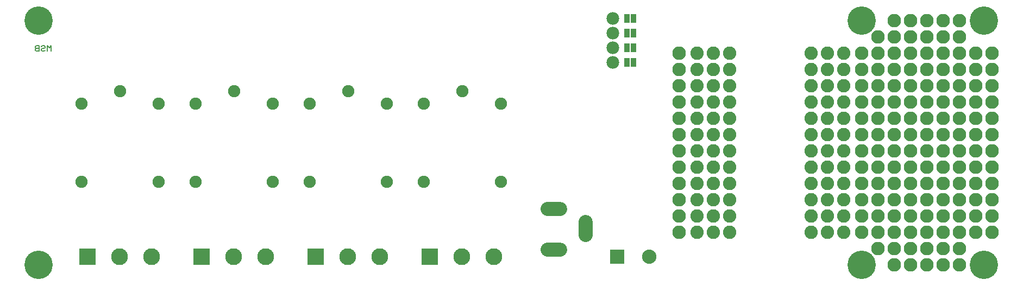
<source format=gbs>
G75*
%MOIN*%
%OFA0B0*%
%FSLAX24Y24*%
%IPPOS*%
%LPD*%
%AMOC8*
5,1,8,0,0,1.08239X$1,22.5*
%
%ADD10C,0.0060*%
%ADD11C,0.0753*%
%ADD12R,0.1030X0.1030*%
%ADD13C,0.1030*%
%ADD14R,0.0880X0.0880*%
%ADD15C,0.0880*%
%ADD16C,0.0867*%
%ADD17C,0.0820*%
%ADD18R,0.0330X0.0580*%
%ADD19C,0.0828*%
%ADD20C,0.1740*%
%ADD21C,0.0780*%
D10*
X001013Y015630D02*
X001183Y015630D01*
X001183Y015970D01*
X001013Y015970D01*
X000957Y015914D01*
X000957Y015857D01*
X001013Y015800D01*
X001183Y015800D01*
X001325Y015743D02*
X001325Y015687D01*
X001382Y015630D01*
X001495Y015630D01*
X001552Y015687D01*
X001495Y015800D02*
X001382Y015800D01*
X001325Y015743D01*
X001325Y015914D02*
X001382Y015970D01*
X001495Y015970D01*
X001552Y015914D01*
X001552Y015857D01*
X001495Y015800D01*
X001693Y015970D02*
X001693Y015630D01*
X001920Y015630D02*
X001920Y015970D01*
X001807Y015857D01*
X001693Y015970D01*
X001013Y015800D02*
X000957Y015743D01*
X000957Y015687D01*
X001013Y015630D01*
D11*
X006150Y013190D03*
X003790Y012400D03*
X008510Y012400D03*
X010790Y012400D03*
X013150Y013190D03*
X015510Y012400D03*
X017790Y012400D03*
X020150Y013190D03*
X022510Y012400D03*
X024790Y012400D03*
X027150Y013190D03*
X029510Y012400D03*
X029510Y007600D03*
X024790Y007600D03*
X022510Y007600D03*
X017790Y007600D03*
X015510Y007600D03*
X010790Y007600D03*
X008510Y007600D03*
X003790Y007600D03*
D12*
X004150Y003000D03*
X011150Y003000D03*
X018150Y003000D03*
X025150Y003000D03*
D13*
X027119Y003000D03*
X029087Y003000D03*
X022087Y003000D03*
X020119Y003000D03*
X015087Y003000D03*
X013119Y003000D03*
X008087Y003000D03*
X006119Y003000D03*
D14*
X036650Y003000D03*
D15*
X038619Y003000D03*
D16*
X034734Y004358D02*
X034734Y005146D01*
X033159Y005933D02*
X032372Y005933D01*
X032372Y003453D02*
X033159Y003453D01*
D17*
X041550Y004500D03*
X042550Y004500D03*
X043550Y004500D03*
X043550Y005500D03*
X042550Y005500D03*
X041550Y005500D03*
X041550Y006500D03*
X042550Y006500D03*
X043550Y006500D03*
X043550Y007500D03*
X042550Y007500D03*
X041550Y007500D03*
X041550Y008500D03*
X042550Y008500D03*
X043550Y008500D03*
X043550Y009500D03*
X042550Y009500D03*
X041550Y009500D03*
X041550Y010500D03*
X042550Y010500D03*
X043550Y010500D03*
X043550Y011500D03*
X042550Y011500D03*
X041550Y011500D03*
X041550Y012500D03*
X042550Y012500D03*
X043550Y012500D03*
X043550Y013500D03*
X042550Y013500D03*
X041550Y013500D03*
X041550Y014500D03*
X042550Y014500D03*
X043550Y014500D03*
X043550Y015500D03*
X042550Y015500D03*
X041550Y015500D03*
X048550Y015500D03*
X049550Y015500D03*
X050550Y015500D03*
X050550Y014500D03*
X049550Y014500D03*
X048550Y014500D03*
X048550Y013500D03*
X049550Y013500D03*
X050550Y013500D03*
X050550Y012500D03*
X049550Y012500D03*
X048550Y012500D03*
X048550Y011500D03*
X049550Y011500D03*
X050550Y011500D03*
X050550Y010500D03*
X049550Y010500D03*
X048550Y010500D03*
X048550Y009500D03*
X049550Y009500D03*
X050550Y009500D03*
X050550Y008500D03*
X049550Y008500D03*
X048550Y008500D03*
X048550Y007500D03*
X049550Y007500D03*
X050550Y007500D03*
X050550Y006500D03*
X049550Y006500D03*
X048550Y006500D03*
X048550Y005500D03*
X049550Y005500D03*
X050550Y005500D03*
X050550Y004500D03*
X049550Y004500D03*
X048550Y004500D03*
D18*
X037660Y014950D03*
X037260Y014950D03*
X037260Y015850D03*
X037660Y015850D03*
X037660Y016750D03*
X037260Y016750D03*
X037260Y017650D03*
X037660Y017650D03*
D19*
X040450Y015500D03*
X040450Y014500D03*
X040450Y013500D03*
X040450Y012500D03*
X040450Y011500D03*
X040450Y010500D03*
X040450Y009500D03*
X040450Y008500D03*
X040450Y007500D03*
X040450Y006500D03*
X040450Y005500D03*
X040450Y004500D03*
X051650Y004500D03*
X052650Y004500D03*
X053650Y004500D03*
X054650Y004500D03*
X055650Y004500D03*
X056650Y004500D03*
X057650Y004500D03*
X058650Y004500D03*
X059650Y004500D03*
X059650Y005500D03*
X058650Y005500D03*
X057650Y005500D03*
X056650Y005500D03*
X055650Y005500D03*
X054650Y005500D03*
X053650Y005500D03*
X052650Y005500D03*
X051650Y005500D03*
X051650Y006500D03*
X052650Y006500D03*
X053650Y006500D03*
X054650Y006500D03*
X055650Y006500D03*
X056650Y006500D03*
X057650Y006500D03*
X058650Y006500D03*
X059650Y006500D03*
X059650Y007500D03*
X058650Y007500D03*
X057650Y007500D03*
X056650Y007500D03*
X055650Y007500D03*
X054650Y007500D03*
X053650Y007500D03*
X052650Y007500D03*
X051650Y007500D03*
X051650Y008500D03*
X052650Y008500D03*
X053650Y008500D03*
X054650Y008500D03*
X055650Y008500D03*
X056650Y008500D03*
X057650Y008500D03*
X058650Y008500D03*
X059650Y008500D03*
X059650Y009500D03*
X058650Y009500D03*
X057650Y009500D03*
X056650Y009500D03*
X055650Y009500D03*
X054650Y009500D03*
X053650Y009500D03*
X052650Y009500D03*
X051650Y009500D03*
X051650Y010500D03*
X052650Y010500D03*
X053650Y010500D03*
X054650Y010500D03*
X055650Y010500D03*
X056650Y010500D03*
X057650Y010500D03*
X058650Y010500D03*
X059650Y010500D03*
X059650Y011500D03*
X058650Y011500D03*
X057650Y011500D03*
X056650Y011500D03*
X055650Y011500D03*
X054650Y011500D03*
X053650Y011500D03*
X052650Y011500D03*
X051650Y011500D03*
X051650Y012500D03*
X052650Y012500D03*
X053650Y012500D03*
X054650Y012500D03*
X055650Y012500D03*
X056650Y012500D03*
X057650Y012500D03*
X058650Y012500D03*
X059650Y012500D03*
X059650Y013500D03*
X058650Y013500D03*
X057650Y013500D03*
X056650Y013500D03*
X055650Y013500D03*
X054650Y013500D03*
X053650Y013500D03*
X052650Y013500D03*
X051650Y013500D03*
X051650Y014500D03*
X052650Y014500D03*
X053650Y014500D03*
X054650Y014500D03*
X055650Y014500D03*
X056650Y014500D03*
X057650Y014500D03*
X058650Y014500D03*
X059650Y014500D03*
X059650Y015500D03*
X058650Y015500D03*
X057650Y015500D03*
X056650Y015500D03*
X055650Y015500D03*
X054650Y015500D03*
X053650Y015500D03*
X052650Y015500D03*
X051650Y015500D03*
X052650Y016500D03*
X053650Y016500D03*
X054650Y016500D03*
X055650Y016500D03*
X056650Y016500D03*
X057650Y016500D03*
X057650Y017500D03*
X056650Y017500D03*
X055650Y017500D03*
X054650Y017500D03*
X053650Y017500D03*
X053650Y003500D03*
X052650Y003500D03*
X054650Y003500D03*
X055650Y003500D03*
X056650Y003500D03*
X057650Y003500D03*
X057650Y002500D03*
X056650Y002500D03*
X055650Y002500D03*
X054650Y002500D03*
X053650Y002500D03*
D20*
X001150Y002500D03*
X001150Y017500D03*
X051650Y017500D03*
X059150Y017500D03*
X059150Y002500D03*
X051650Y002500D03*
D21*
X036400Y014950D03*
X036400Y015850D03*
X036400Y016750D03*
X036400Y017650D03*
M02*

</source>
